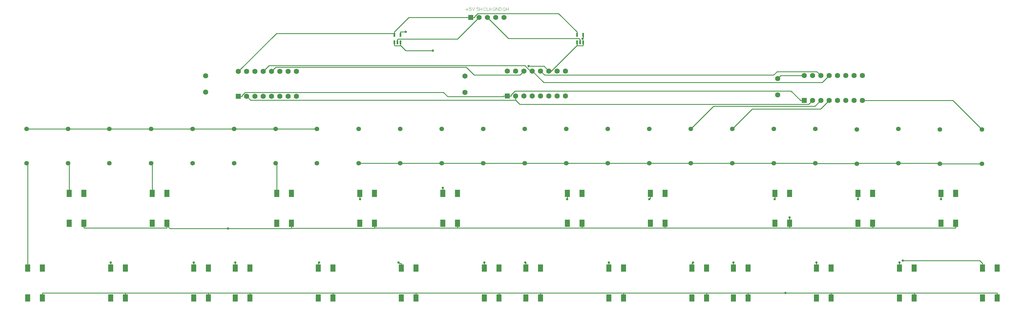
<source format=gtl>
G04 Layer: TopLayer*
G04 EasyEDA v6.5.43, 2024-08-15 14:15:18*
G04 cb6e2e9fbd21486d88ae5690d2d3dc00,10*
G04 Gerber Generator version 0.2*
G04 Scale: 100 percent, Rotated: No, Reflected: No *
G04 Dimensions in millimeters *
G04 leading zeros omitted , absolute positions ,4 integer and 5 decimal *
%FSLAX45Y45*%
%MOMM*%

%ADD10C,0.1000*%
%ADD11C,0.2540*%
%ADD12R,1.5000X2.3000*%
%ADD13R,0.4900X1.1570*%
%ADD14R,0.4900X1.1750*%
%ADD15C,1.6000*%
%ADD16R,1.6000X1.6000*%
%ADD17C,1.5748*%
%ADD18R,1.5748X1.5748*%
%ADD19C,1.4000*%
%ADD20C,0.7000*%
%ADD21C,0.0170*%

%LPD*%
D10*
X13972793Y6894576D02*
G01*
X13972793Y6812534D01*
X13931900Y6853681D02*
G01*
X14013688Y6853681D01*
X14098270Y6908037D02*
G01*
X14052804Y6908037D01*
X14048231Y6867144D01*
X14052804Y6871715D01*
X14066520Y6876287D01*
X14079981Y6876287D01*
X14093697Y6871715D01*
X14102841Y6862571D01*
X14107413Y6849110D01*
X14107413Y6839965D01*
X14102841Y6826250D01*
X14093697Y6817105D01*
X14079981Y6812534D01*
X14066520Y6812534D01*
X14052804Y6817105D01*
X14048231Y6821678D01*
X14043659Y6830821D01*
X14137386Y6908037D02*
G01*
X14173708Y6812534D01*
X14210029Y6908037D02*
G01*
X14173708Y6812534D01*
X14338554Y6894576D02*
G01*
X14329409Y6903465D01*
X14315693Y6908037D01*
X14297406Y6908037D01*
X14283943Y6903465D01*
X14274800Y6894576D01*
X14274800Y6885431D01*
X14279372Y6876287D01*
X14283943Y6871715D01*
X14293088Y6867144D01*
X14320266Y6858000D01*
X14329409Y6853681D01*
X14333981Y6849110D01*
X14338554Y6839965D01*
X14338554Y6826250D01*
X14329409Y6817105D01*
X14315693Y6812534D01*
X14297406Y6812534D01*
X14283943Y6817105D01*
X14274800Y6826250D01*
X14368525Y6908037D02*
G01*
X14368525Y6812534D01*
X14432025Y6908037D02*
G01*
X14432025Y6812534D01*
X14368525Y6862571D02*
G01*
X14432025Y6862571D01*
X14558772Y6885431D02*
G01*
X14554454Y6894576D01*
X14545309Y6903465D01*
X14536166Y6908037D01*
X14517877Y6908037D01*
X14508988Y6903465D01*
X14499843Y6894576D01*
X14495272Y6885431D01*
X14490700Y6871715D01*
X14490700Y6849110D01*
X14495272Y6835394D01*
X14499843Y6826250D01*
X14508988Y6817105D01*
X14517877Y6812534D01*
X14536166Y6812534D01*
X14545309Y6817105D01*
X14554454Y6826250D01*
X14558772Y6835394D01*
X14588997Y6908037D02*
G01*
X14588997Y6812534D01*
X14588997Y6812534D02*
G01*
X14643354Y6812534D01*
X14673325Y6908037D02*
G01*
X14673325Y6812534D01*
X14737079Y6908037D02*
G01*
X14673325Y6844537D01*
X14696186Y6867144D02*
G01*
X14737079Y6812534D01*
X14838172Y6885431D02*
G01*
X14833854Y6894576D01*
X14824709Y6903465D01*
X14815566Y6908037D01*
X14797277Y6908037D01*
X14788388Y6903465D01*
X14779243Y6894576D01*
X14774672Y6885431D01*
X14770100Y6871715D01*
X14770100Y6849110D01*
X14774672Y6835394D01*
X14779243Y6826250D01*
X14788388Y6817105D01*
X14797277Y6812534D01*
X14815566Y6812534D01*
X14824709Y6817105D01*
X14833854Y6826250D01*
X14838172Y6835394D01*
X14838172Y6849110D01*
X14815566Y6849110D02*
G01*
X14838172Y6849110D01*
X14868397Y6908037D02*
G01*
X14868397Y6812534D01*
X14868397Y6908037D02*
G01*
X14931897Y6812534D01*
X14931897Y6908037D02*
G01*
X14931897Y6812534D01*
X14961870Y6908037D02*
G01*
X14961870Y6812534D01*
X14961870Y6908037D02*
G01*
X14993620Y6908037D01*
X15007336Y6903465D01*
X15016479Y6894576D01*
X15021052Y6885431D01*
X15025624Y6871715D01*
X15025624Y6849110D01*
X15021052Y6835394D01*
X15016479Y6826250D01*
X15007336Y6817105D01*
X14993620Y6812534D01*
X14961870Y6812534D01*
X15102077Y6908037D02*
G01*
X15093188Y6903465D01*
X15084043Y6894576D01*
X15079472Y6885431D01*
X15074900Y6871715D01*
X15074900Y6849110D01*
X15079472Y6835394D01*
X15084043Y6826250D01*
X15093188Y6817105D01*
X15102077Y6812534D01*
X15120366Y6812534D01*
X15129509Y6817105D01*
X15138654Y6826250D01*
X15142972Y6835394D01*
X15147543Y6849110D01*
X15147543Y6871715D01*
X15142972Y6885431D01*
X15138654Y6894576D01*
X15129509Y6903465D01*
X15120366Y6908037D01*
X15102077Y6908037D01*
X15115793Y6830821D02*
G01*
X15142972Y6803644D01*
X15177516Y6908037D02*
G01*
X15177516Y6812534D01*
X15241270Y6908037D02*
G01*
X15241270Y6812534D01*
X15177516Y6862571D02*
G01*
X15241270Y6862571D01*
D11*
X29746956Y-1069009D02*
G01*
X29746956Y-921257D01*
X27308556Y-834313D02*
G01*
X29660088Y-834313D01*
X29746956Y-921257D01*
X28476956Y1043889D02*
G01*
X28476956Y1216990D01*
X18317006Y-895121D02*
G01*
X18317006Y-1069009D01*
X9427006Y-1069009D02*
G01*
X9427006Y-921257D01*
X9427006Y-921257D02*
G01*
X9427895Y-921257D01*
X9451416Y-897737D01*
X5617006Y-894918D02*
G01*
X5617006Y-1069009D01*
X3076981Y-894384D02*
G01*
X3076981Y-1069009D01*
X11967006Y-1069009D02*
G01*
X11967006Y-921257D01*
X11967006Y-921257D02*
G01*
X11910695Y-921257D01*
X11887631Y-898194D01*
X13237006Y1216990D02*
G01*
X13237006Y1388287D01*
X14507006Y-895146D02*
G01*
X14507006Y-1069009D01*
X15757931Y-898575D02*
G01*
X15777006Y-917651D01*
X15777006Y-1069009D01*
X19559117Y1044575D02*
G01*
X19583781Y1069238D01*
X19587006Y1069238D01*
X19587006Y1216990D02*
G01*
X19587006Y1069238D01*
X20828000Y3191992D02*
G01*
X21518981Y3882974D01*
X24622074Y3882974D01*
X24803100Y4064000D01*
X20896021Y-897026D02*
G01*
X20871789Y-921257D01*
X20857006Y-921257D01*
X20857006Y-1069009D02*
G01*
X20857006Y-921257D01*
X22098000Y3191992D02*
G01*
X22707396Y3801389D01*
X24794489Y3801389D01*
X25057100Y4064000D01*
X22127006Y-898017D02*
G01*
X22127006Y-1069009D01*
X23387862Y1044981D02*
G01*
X23397006Y1054125D01*
X23397006Y1216990D01*
X24667006Y-896950D02*
G01*
X24667006Y-1069009D01*
X25936956Y1044320D02*
G01*
X25936956Y1216990D01*
X27206956Y-894892D02*
G01*
X27206956Y-1069009D01*
X29730700Y3179292D02*
G01*
X28846018Y4064000D01*
X26073100Y4064000D01*
X17042256Y1043990D02*
G01*
X17047006Y1048740D01*
X17047006Y1216990D01*
X6887006Y-895908D02*
G01*
X6887006Y-1069009D01*
X6667169Y143103D02*
G01*
X8590838Y143103D01*
X8606993Y159257D01*
X4796993Y233146D02*
G01*
X4887036Y143103D01*
X6667169Y143103D01*
X11754104Y6117412D02*
G01*
X8149412Y6117412D01*
X6985000Y4953000D01*
X11754104Y6117412D02*
G01*
X11754104Y6163157D01*
X11754104Y6071666D02*
G01*
X11754104Y6117412D01*
X9877120Y-1831111D02*
G01*
X7337120Y-1831111D01*
X7336993Y-1831238D01*
X12416993Y-1831111D02*
G01*
X9877120Y-1831111D01*
X9877120Y-1831111D02*
G01*
X9876993Y-1831238D01*
X23720679Y-1831111D02*
G01*
X22576993Y-1831111D01*
X25116993Y-1831111D02*
G01*
X23720679Y-1831111D01*
X14956993Y-1831111D02*
G01*
X12416993Y-1831111D01*
X12416993Y-1831111D02*
G01*
X12416993Y-1831238D01*
X9876993Y-1978990D02*
G01*
X9876993Y-1831238D01*
X13686993Y159130D02*
G01*
X11147120Y159130D01*
X11146993Y159257D01*
X17496993Y159257D02*
G01*
X17496866Y159130D01*
X13686993Y159130D01*
X13686993Y159130D02*
G01*
X13686993Y159257D01*
X16226993Y-1831111D02*
G01*
X14956993Y-1831111D01*
X14956993Y-1831111D02*
G01*
X14956993Y-1831238D01*
X12416993Y-1978990D02*
G01*
X12416993Y-1831238D01*
X18766993Y-1831111D02*
G01*
X16226993Y-1831111D01*
X16226993Y-1831111D02*
G01*
X16226993Y-1831238D01*
X14956993Y-1978990D02*
G01*
X14956993Y-1831238D01*
X20036993Y159130D02*
G01*
X17497120Y159130D01*
X17496993Y159257D01*
X13686993Y307009D02*
G01*
X13686993Y159257D01*
X21306993Y-1831111D02*
G01*
X18766993Y-1831111D01*
X18766993Y-1831111D02*
G01*
X18766993Y-1831238D01*
X16226993Y-1978990D02*
G01*
X16226993Y-1831238D01*
X23846993Y159257D02*
G01*
X23846866Y159130D01*
X20036993Y159130D01*
X20036993Y159130D02*
G01*
X20036993Y159257D01*
X17496993Y307009D02*
G01*
X17496993Y159257D01*
X22576993Y-1831111D02*
G01*
X21306993Y-1831111D01*
X21306993Y-1831111D02*
G01*
X21306993Y-1831238D01*
X18766993Y-1978990D02*
G01*
X18766993Y-1831238D01*
X22576993Y-1831111D02*
G01*
X22576993Y-1831238D01*
X21306993Y-1978990D02*
G01*
X21306993Y-1831238D01*
X26387043Y159130D02*
G01*
X23847120Y159130D01*
X23846993Y159257D01*
X20036993Y307009D02*
G01*
X20036993Y159257D01*
X27657043Y-1831111D02*
G01*
X25116993Y-1831111D01*
X25116993Y-1831111D02*
G01*
X25116993Y-1831238D01*
X22576993Y-1978990D02*
G01*
X22576993Y-1831238D01*
X28927043Y159257D02*
G01*
X28926790Y159130D01*
X26387043Y159130D01*
X26387043Y159130D02*
G01*
X26387043Y159257D01*
X23846993Y307009D02*
G01*
X23846993Y159257D01*
X30197043Y-1831238D02*
G01*
X30196790Y-1831111D01*
X27657043Y-1831111D01*
X27657043Y-1831111D02*
G01*
X27657043Y-1831238D01*
X25116993Y-1978990D02*
G01*
X25116993Y-1831238D01*
X26387043Y307009D02*
G01*
X26387043Y159257D01*
X28927043Y307009D02*
G01*
X28927043Y159257D01*
X27657043Y-1978990D02*
G01*
X27657043Y-1831238D01*
X30197043Y-1978990D02*
G01*
X30197043Y-1831238D01*
X7336993Y-1831238D02*
G01*
X7336866Y-1831111D01*
X6066993Y-1831111D01*
X4796993Y233146D02*
G01*
X4796993Y159257D01*
X4796993Y307009D02*
G01*
X4796993Y233146D01*
X3526993Y-1831111D02*
G01*
X987120Y-1831111D01*
X986993Y-1831238D01*
X6066993Y-1831111D02*
G01*
X3526993Y-1831111D01*
X3526993Y-1831111D02*
G01*
X3526993Y-1831238D01*
X986993Y-1978990D02*
G01*
X986993Y-1831238D01*
X2256993Y307009D02*
G01*
X2256993Y159257D01*
X4796993Y159257D02*
G01*
X4796866Y159130D01*
X2257120Y159130D01*
X2256993Y159257D01*
X6066993Y-1831111D02*
G01*
X6066993Y-1831238D01*
X3526993Y-1978990D02*
G01*
X3526993Y-1831238D01*
X6066993Y-1978990D02*
G01*
X6066993Y-1831238D01*
X7336993Y-1978990D02*
G01*
X7336993Y-1831238D01*
X11146993Y307009D02*
G01*
X11146993Y159257D01*
X8606993Y307009D02*
G01*
X8606993Y159257D01*
X8606993Y159257D02*
G01*
X8616797Y149453D01*
X11137188Y149453D01*
X11146993Y159257D01*
X23846993Y479780D02*
G01*
X23846993Y307009D01*
X24295100Y4826000D02*
G01*
X23575187Y4826000D01*
X23482300Y4733112D01*
X14097000Y6604000D02*
G01*
X14208480Y6604000D01*
X17342104Y6071666D02*
G01*
X17342104Y6163157D01*
X17342104Y6163157D02*
G01*
X16779595Y6725665D01*
X14302282Y6725665D01*
X14208480Y6631863D01*
X14208480Y6604000D01*
X11754104Y6163157D02*
G01*
X12194946Y6604000D01*
X14097000Y6604000D01*
X17532095Y6071666D02*
G01*
X17532095Y5976645D01*
X17511318Y5955868D01*
X15468600Y4068876D02*
G01*
X15468600Y4203700D01*
X24549100Y4064000D02*
G01*
X24428602Y3943502D01*
X15593974Y3943502D01*
X15468600Y4068876D01*
X7239000Y4191000D02*
G01*
X7361123Y4068876D01*
X15468600Y4068876D01*
X10705922Y1044600D02*
G01*
X10697006Y1053515D01*
X10697006Y1216990D01*
X11944095Y6163157D02*
G01*
X12103023Y6163157D01*
X11944095Y6071666D02*
G01*
X11944095Y6163157D01*
X15214600Y4203700D02*
G01*
X15101849Y4203700D01*
X6985000Y4191000D02*
G01*
X7097725Y4191000D01*
X7097725Y4191000D02*
G01*
X7097725Y4219194D01*
X7192340Y4313809D01*
X13259612Y4313809D01*
X13390295Y4183126D01*
X15081275Y4183126D01*
X15101849Y4203700D01*
X24182349Y4064000D02*
G01*
X23892713Y4353636D01*
X15449067Y4353636D01*
X15327325Y4231894D01*
X15327325Y4203700D01*
X15214600Y4203700D02*
G01*
X15327325Y4203700D01*
X24295100Y4064000D02*
G01*
X24182349Y4064000D01*
X508000Y2142007D02*
G01*
X537006Y2113000D01*
X537006Y-1069009D01*
X1778000Y2142007D02*
G01*
X1807006Y2113000D01*
X1807006Y1216990D01*
X8128000Y2142007D02*
G01*
X8157006Y2113000D01*
X8157006Y1216990D01*
X4318000Y2142007D02*
G01*
X4346981Y2113026D01*
X4346981Y1216990D01*
X16484600Y4965700D02*
G01*
X16335425Y5114874D01*
X15863976Y5114874D01*
X17342104Y5750331D02*
G01*
X16557472Y4965700D01*
X16484600Y4965700D01*
X12931724Y5592851D02*
G01*
X12101575Y5592851D01*
X11944095Y5750331D01*
X17532095Y5750331D02*
G01*
X17521351Y5739587D01*
X17352848Y5739587D01*
X17342104Y5750331D01*
X17342104Y5840933D02*
G01*
X17342104Y5750331D01*
X17532095Y5840933D02*
G01*
X17532095Y5750331D01*
X11944095Y5840933D02*
G01*
X11944095Y5750331D01*
X11754104Y5840933D02*
G01*
X11754104Y5750331D01*
X11754104Y5750331D02*
G01*
X11766422Y5738012D01*
X11931777Y5738012D01*
X11944095Y5750331D01*
X11938000Y2142007D02*
G01*
X10668000Y2142007D01*
X13208000Y2142007D02*
G01*
X11938000Y2142007D01*
X14478000Y2142007D02*
G01*
X13208000Y2142007D01*
X15748000Y2142007D02*
G01*
X14478000Y2142007D01*
X17018000Y2142007D02*
G01*
X15748000Y2142007D01*
X18288000Y2142007D02*
G01*
X17018000Y2142007D01*
X19558000Y2142007D02*
G01*
X18288000Y2142007D01*
X20828000Y2142007D02*
G01*
X19558000Y2142007D01*
X22098000Y2142007D02*
G01*
X20828000Y2142007D01*
X23368000Y2142007D02*
G01*
X22098000Y2142007D01*
X24638000Y2142007D02*
G01*
X23368000Y2142007D01*
X25908000Y2135657D02*
G01*
X24644350Y2135657D01*
X24638000Y2142007D01*
X27178000Y2142007D02*
G01*
X25914350Y2142007D01*
X25908000Y2135657D01*
X25908000Y2135657D02*
G01*
X25908000Y2129307D01*
X29730700Y2129307D02*
G01*
X28448000Y2129307D01*
X28448000Y2129307D02*
G01*
X28435300Y2142007D01*
X27178000Y2142007D01*
X6858000Y3191992D02*
G01*
X8128000Y3191992D01*
X5588000Y3191992D02*
G01*
X6858000Y3191992D01*
X4318000Y3191992D02*
G01*
X5588000Y3191992D01*
X3035300Y3191992D02*
G01*
X4318000Y3191992D01*
X1778000Y3191992D02*
G01*
X3035300Y3191992D01*
X508000Y3191992D02*
G01*
X1778000Y3191992D01*
X9385300Y3191992D02*
G01*
X8128000Y3191992D01*
X7747000Y4953000D02*
G01*
X7925866Y5131866D01*
X15751073Y5131866D01*
X15917240Y4965700D01*
X15976600Y4965700D01*
X15976600Y4965700D02*
G01*
X16326205Y4616094D01*
X24847194Y4616094D01*
X25057100Y4826000D01*
X15722600Y4965700D02*
G01*
X15600400Y4843500D01*
X14194307Y4843500D01*
X13959509Y5078298D01*
X8126298Y5078298D01*
X8001000Y4953000D01*
X24803100Y4826000D02*
G01*
X24681205Y4947894D01*
X23464545Y4947894D01*
X23359363Y4842713D01*
X16353586Y4842713D01*
X16230600Y4965700D01*
X17437100Y5840933D02*
G01*
X17437100Y5931535D01*
X17437100Y5931535D02*
G01*
X17403495Y5965139D01*
X15243860Y5965139D01*
X14605000Y6604000D01*
X11849100Y5840933D02*
G01*
X11849100Y5931535D01*
X11849100Y5931535D02*
G01*
X11858015Y5940450D01*
X13687450Y5940450D01*
X14351000Y6604000D01*
D12*
G01*
X9877018Y-1069009D03*
G01*
X9876993Y-1978990D03*
G01*
X9427006Y-1069009D03*
G01*
X9427006Y-1978990D03*
G01*
X11147018Y1216990D03*
G01*
X11146993Y307009D03*
G01*
X10697006Y1216990D03*
G01*
X10697006Y307009D03*
G01*
X12417018Y-1069009D03*
G01*
X12416993Y-1978990D03*
G01*
X11967006Y-1069009D03*
G01*
X11967006Y-1978990D03*
G01*
X13687018Y1216990D03*
G01*
X13686993Y307009D03*
G01*
X13237006Y1216990D03*
G01*
X13237006Y307009D03*
G01*
X14957018Y-1069009D03*
G01*
X14956993Y-1978990D03*
G01*
X14507006Y-1069009D03*
G01*
X14507006Y-1978990D03*
G01*
X16227018Y-1069009D03*
G01*
X16226993Y-1978990D03*
G01*
X15777006Y-1069009D03*
G01*
X15777006Y-1978990D03*
G01*
X17497018Y1216990D03*
G01*
X17496993Y307009D03*
G01*
X17047006Y1216990D03*
G01*
X17047006Y307009D03*
G01*
X18767018Y-1069009D03*
G01*
X18766993Y-1978990D03*
G01*
X18317006Y-1069009D03*
G01*
X18317006Y-1978990D03*
G01*
X20037018Y1216990D03*
G01*
X20036993Y307009D03*
G01*
X19587006Y1216990D03*
G01*
X19587006Y307009D03*
G01*
X21307018Y-1069009D03*
G01*
X21306993Y-1978990D03*
G01*
X20857006Y-1069009D03*
G01*
X20857006Y-1978990D03*
G01*
X22577018Y-1069009D03*
G01*
X22576993Y-1978990D03*
G01*
X22127006Y-1069009D03*
G01*
X22127006Y-1978990D03*
G01*
X23847018Y1216990D03*
G01*
X23846993Y307009D03*
G01*
X23397006Y1216990D03*
G01*
X23397006Y307009D03*
G01*
X25117018Y-1069009D03*
G01*
X25116993Y-1978990D03*
G01*
X24667006Y-1069009D03*
G01*
X24667006Y-1978990D03*
G01*
X26387018Y1216990D03*
G01*
X26386993Y307009D03*
G01*
X25937006Y1216990D03*
G01*
X25937006Y307009D03*
G01*
X27657018Y-1069009D03*
G01*
X27656993Y-1978990D03*
G01*
X27207006Y-1069009D03*
G01*
X27207006Y-1978990D03*
G01*
X28927018Y1216990D03*
G01*
X28926993Y307009D03*
G01*
X28477006Y1216990D03*
G01*
X28477006Y307009D03*
G01*
X30197018Y-1069009D03*
G01*
X30196993Y-1978990D03*
G01*
X29747006Y-1069009D03*
G01*
X29747006Y-1978990D03*
G01*
X987018Y-1069009D03*
G01*
X986993Y-1978990D03*
G01*
X537006Y-1069009D03*
G01*
X537006Y-1978990D03*
G01*
X2257018Y1216990D03*
G01*
X2256993Y307009D03*
G01*
X1807006Y1216990D03*
G01*
X1807006Y307009D03*
G01*
X3527018Y-1069009D03*
G01*
X3526993Y-1978990D03*
G01*
X3076981Y-1069009D03*
G01*
X3076981Y-1978990D03*
G01*
X4797018Y1216990D03*
G01*
X4796993Y307009D03*
G01*
X4346981Y1216990D03*
G01*
X4346981Y307009D03*
G01*
X6067018Y-1069009D03*
G01*
X6066993Y-1978990D03*
G01*
X5617006Y-1069009D03*
G01*
X5617006Y-1978990D03*
G01*
X7337018Y-1069009D03*
G01*
X7336993Y-1978990D03*
G01*
X6887006Y-1069009D03*
G01*
X6887006Y-1978990D03*
G01*
X8607018Y1216990D03*
G01*
X8606993Y307009D03*
G01*
X8157006Y1216990D03*
G01*
X8157006Y307009D03*
D13*
G01*
X17342104Y5840933D03*
G01*
X17437100Y5840933D03*
G01*
X17532095Y5840933D03*
D14*
G01*
X17532095Y6071666D03*
G01*
X17342104Y6071666D03*
D13*
G01*
X11754104Y5840933D03*
G01*
X11849100Y5840933D03*
G01*
X11944095Y5840933D03*
D14*
G01*
X11944095Y6071666D03*
G01*
X11754104Y6071666D03*
D15*
G01*
X5981700Y4322013D03*
G01*
X5981700Y4822012D03*
G01*
X13914958Y4309313D03*
G01*
X13914958Y4809312D03*
G01*
X23482300Y4233113D03*
G01*
X23482300Y4733112D03*
G01*
X6985000Y4953000D03*
G01*
X7239000Y4953000D03*
G01*
X7493000Y4953000D03*
G01*
X7747000Y4953000D03*
G01*
X8001000Y4953000D03*
G01*
X8255000Y4953000D03*
G01*
X8509000Y4953000D03*
G01*
X8763000Y4953000D03*
G01*
X8763000Y4191000D03*
G01*
X8509000Y4191000D03*
G01*
X8255000Y4191000D03*
G01*
X8001000Y4191000D03*
G01*
X7747000Y4191000D03*
G01*
X7493000Y4191000D03*
G01*
X7239000Y4191000D03*
D16*
G01*
X6985000Y4191000D03*
D15*
G01*
X15214600Y4965700D03*
G01*
X15468600Y4965700D03*
G01*
X15722600Y4965700D03*
G01*
X15976600Y4965700D03*
G01*
X16230600Y4965700D03*
G01*
X16484600Y4965700D03*
G01*
X16738600Y4965700D03*
G01*
X16992600Y4965700D03*
G01*
X16992600Y4203700D03*
G01*
X16738600Y4203700D03*
G01*
X16484600Y4203700D03*
G01*
X16230600Y4203700D03*
G01*
X15976600Y4203700D03*
G01*
X15722600Y4203700D03*
G01*
X15468600Y4203700D03*
D16*
G01*
X15214600Y4203700D03*
D15*
G01*
X24295100Y4826000D03*
G01*
X24549100Y4826000D03*
G01*
X24803100Y4826000D03*
G01*
X25057100Y4826000D03*
G01*
X25311100Y4826000D03*
G01*
X25565100Y4826000D03*
G01*
X25819100Y4826000D03*
G01*
X26073100Y4826000D03*
G01*
X26073100Y4064000D03*
G01*
X25819100Y4064000D03*
G01*
X25565100Y4064000D03*
G01*
X25311100Y4064000D03*
G01*
X25057100Y4064000D03*
G01*
X24803100Y4064000D03*
G01*
X24549100Y4064000D03*
D16*
G01*
X24295100Y4064000D03*
D17*
G01*
X15113000Y6604000D03*
G01*
X14859000Y6604000D03*
G01*
X14605000Y6604000D03*
G01*
X14351000Y6604000D03*
D18*
G01*
X14097000Y6604000D03*
D19*
G01*
X10668000Y3191992D03*
G01*
X10668000Y2142007D03*
G01*
X11938000Y3191992D03*
G01*
X11938000Y2142007D03*
G01*
X13208000Y3191992D03*
G01*
X13208000Y2142007D03*
G01*
X14478000Y3191992D03*
G01*
X14478000Y2142007D03*
G01*
X15748000Y3191992D03*
G01*
X15748000Y2142007D03*
G01*
X17018000Y3191992D03*
G01*
X17018000Y2142007D03*
G01*
X18288000Y3191992D03*
G01*
X18288000Y2142007D03*
G01*
X19558000Y3191992D03*
G01*
X19558000Y2142007D03*
G01*
X20828000Y3191992D03*
G01*
X20828000Y2142007D03*
G01*
X22098000Y3191992D03*
G01*
X22098000Y2142007D03*
G01*
X23368000Y3191992D03*
G01*
X23368000Y2142007D03*
G01*
X24638000Y3191992D03*
G01*
X24638000Y2142007D03*
G01*
X25908000Y3179292D03*
G01*
X25908000Y2129307D03*
G01*
X29730700Y3179292D03*
G01*
X29730700Y2129307D03*
G01*
X28448000Y3179292D03*
G01*
X28448000Y2129307D03*
G01*
X27178000Y3191992D03*
G01*
X27178000Y2142007D03*
G01*
X8128000Y2142007D03*
G01*
X8128000Y3191992D03*
G01*
X6858000Y2142007D03*
G01*
X6858000Y3191992D03*
G01*
X5588000Y2142007D03*
G01*
X5588000Y3191992D03*
G01*
X4318000Y2142007D03*
G01*
X4318000Y3191992D03*
G01*
X3035300Y2142007D03*
G01*
X3035300Y3191992D03*
G01*
X1778000Y2142007D03*
G01*
X1778000Y3191992D03*
G01*
X508000Y2142007D03*
G01*
X508000Y3191992D03*
G01*
X9385300Y2142007D03*
G01*
X9385300Y3191992D03*
D20*
G01*
X27308556Y-834313D03*
G01*
X28476956Y1043889D03*
G01*
X18317006Y-895121D03*
G01*
X9451416Y-897737D03*
G01*
X5617006Y-894918D03*
G01*
X3076981Y-894384D03*
G01*
X11887631Y-898194D03*
G01*
X13237006Y1388287D03*
G01*
X14507006Y-895146D03*
G01*
X15757931Y-898575D03*
G01*
X19559117Y1044575D03*
G01*
X20896021Y-897026D03*
G01*
X22127006Y-898017D03*
G01*
X23387862Y1044981D03*
G01*
X24667006Y-896950D03*
G01*
X25936956Y1044320D03*
G01*
X27206956Y-894892D03*
G01*
X17042256Y1043990D03*
G01*
X6887006Y-895908D03*
G01*
X6667169Y143103D03*
G01*
X23720679Y-1831111D03*
G01*
X23846993Y479780D03*
G01*
X17511318Y5955868D03*
G01*
X10705922Y1044600D03*
G01*
X12103023Y6163157D03*
G01*
X15863976Y5114874D03*
G01*
X12931724Y5592851D03*
M02*

</source>
